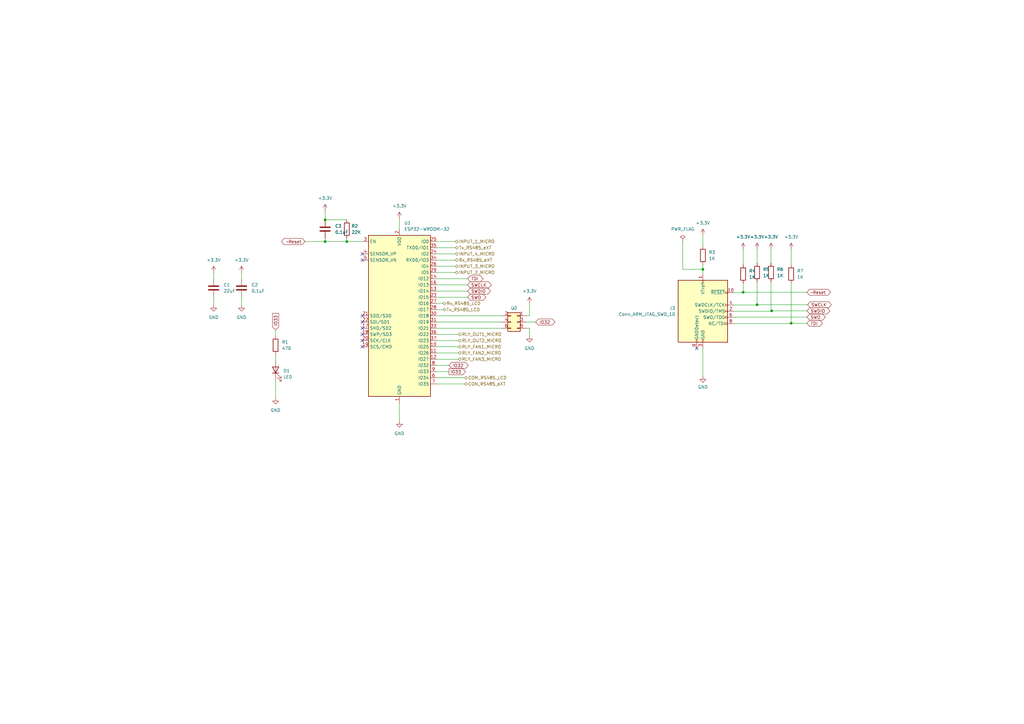
<source format=kicad_sch>
(kicad_sch (version 20230121) (generator eeschema)
  (paper "A3")
  (title_block (title "RoomLink") (date "2023-06-17") (rev "Version 1.0") (company "Designer: Raudy Rodríguez Moreno"))
  (lib_symbols
    (symbol "Connector:Conn_ARM_JTAG_SWD_10" (pin_names (offset 1.016))
      (property "Reference" "J" (at -2.54 16.51 0))
      (property "Value" "Conn_ARM_JTAG_SWD_10" (at -2.54 13.97 0))
      (symbol "Conn_ARM_JTAG_SWD_10_0_1"
        (rectangle (start -10.16 12.7) (end 10.16 -12.7) (stroke (width 0.254)) (fill (type background)))
        (rectangle (start -2.794 -12.7) (end -2.286 -11.684))
        (rectangle (start -0.254 -12.7) (end 0.254 -11.684))
        (rectangle (start -0.254 12.7) (end 0.254 11.684))
        (rectangle (start 9.144 2.286) (end 10.16 2.794))
        (rectangle (start 10.16 -2.794) (end 9.144 -2.286))
        (rectangle (start 10.16 -0.254) (end 9.144 0.254))
        (rectangle (start 10.16 7.874) (end 9.144 7.366))
      )
      (symbol "Conn_ARM_JTAG_SWD_10_1_1"
        (rectangle (start 9.144 -5.334) (end 10.16 -4.826))
        (pin power_in line (at 0 15.24 270) (length 2.54) (name "VTref") (number "1"))
        (pin open_collector line (at 12.7 7.62 180) (length 2.54) (name "~{RESET}") (number "10"))
        (pin bidirectional line (at 12.7 0 180) (length 2.54) (name "SWDIO/TMS") (number "2"))
        (pin power_in line (at 0 -15.24 90) (length 2.54) (name "GND") (number "3"))
        (pin output line (at 12.7 2.54 180) (length 2.54) (name "SWDCLK/TCK") (number "4"))
        (pin passive line (at 0 -15.24 90) (length 2.54) hide (name "GND") (number "5"))
        (pin input line (at 12.7 -2.54 180) (length 2.54) (name "SWO/TDO") (number "6"))
        (pin no_connect line (at -10.16 0 0) (length 2.54) hide (name "KEY") (number "7"))
        (pin output line (at 12.7 -5.08 180) (length 2.54) (name "NC/TDI") (number "8"))
        (pin passive line (at -2.54 -15.24 90) (length 2.54) (name "GNDDetect") (number "9"))
      )
    )
    (symbol "Device:LED" (pin_numbers hide) (pin_names (offset 1.016) hide)
      (property "Reference" "D" (at 0 2.54 0))
      (property "Value" "LED" (at 0 -2.54 0))
      (symbol "LED_0_1"
        (polyline (pts (xy -1.27 -1.27) (xy -1.27 1.27)) (stroke (width 0.254)))
        (polyline (pts (xy -1.27 0) (xy 1.27 0)))
        (polyline (pts (xy 1.27 -1.27) (xy 1.27 1.27) (xy -1.27 0) (xy 1.27 -1.27)) (stroke (width 0.254)))
        (polyline (pts (xy -3.048 -0.762) (xy -4.572 -2.286) (xy -3.81 -2.286) (xy -4.572 -2.286) (xy -4.572 -1.524)))
        (polyline (pts (xy -1.778 -0.762) (xy -3.302 -2.286) (xy -2.54 -2.286) (xy -3.302 -2.286) (xy -3.302 -1.524)))
      )
      (symbol "LED_1_1"
        (pin passive line (at -3.81 0 0) (length 2.54) (name "K") (number "1"))
        (pin passive line (at 3.81 0 180) (length 2.54) (name "A") (number "2"))
      )
    )
    (symbol "Device:R" (pin_numbers hide) (pin_names (offset 0))
      (property "Reference" "R" (at 2.032 0 90))
      (property "Value" "R" (at 0 0 90))
      (symbol "R_0_1"
        (rectangle (start -1.016 -2.54) (end 1.016 2.54) (stroke (width 0.254)))
      )
      (symbol "R_1_1"
        (pin passive line (at 0 3.81 270) (length 1.27) (name "~") (number "1"))
        (pin passive line (at 0 -3.81 90) (length 1.27) (name "~") (number "2"))
      )
    )
    (symbol "RF_Module:ESP32-WROOM-32"
      (property "Reference" "U" (at -12.7 34.29 0))
      (property "Value" "ESP32-WROOM-32" (at 1.27 34.29 0))
      (symbol "ESP32-WROOM-32_0_1"
        (rectangle (start -12.7 33.02) (end 12.7 -33.02) (stroke (width 0.254)) (fill (type background)))
      )
      (symbol "ESP32-WROOM-32_1_1"
        (pin power_in line (at 0 -35.56 90) (length 2.54) (name "GND") (number "1"))
        (pin bidirectional line (at 15.24 -12.7 180) (length 2.54) (name "IO25") (number "10"))
        (pin bidirectional line (at 15.24 -15.24 180) (length 2.54) (name "IO26") (number "11"))
        (pin bidirectional line (at 15.24 -17.78 180) (length 2.54) (name "IO27") (number "12"))
        (pin bidirectional line (at 15.24 10.16 180) (length 2.54) (name "IO14") (number "13"))
        (pin bidirectional line (at 15.24 15.24 180) (length 2.54) (name "IO12") (number "14"))
        (pin passive line (at 0 -35.56 90) (length 2.54) hide (name "GND") (number "15"))
        (pin bidirectional line (at 15.24 12.7 180) (length 2.54) (name "IO13") (number "16"))
        (pin bidirectional line (at -15.24 -5.08 0) (length 2.54) (name "SHD/SD2") (number "17"))
        (pin bidirectional line (at -15.24 -7.62 0) (length 2.54) (name "SWP/SD3") (number "18"))
        (pin bidirectional line (at -15.24 -12.7 0) (length 2.54) (name "SCS/CMD") (number "19"))
        (pin power_in line (at 0 35.56 270) (length 2.54) (name "VDD") (number "2"))
        (pin bidirectional line (at -15.24 -10.16 0) (length 2.54) (name "SCK/CLK") (number "20"))
        (pin bidirectional line (at -15.24 0 0) (length 2.54) (name "SDO/SD0") (number "21"))
        (pin bidirectional line (at -15.24 -2.54 0) (length 2.54) (name "SDI/SD1") (number "22"))
        (pin bidirectional line (at 15.24 7.62 180) (length 2.54) (name "IO15") (number "23"))
        (pin bidirectional line (at 15.24 25.4 180) (length 2.54) (name "IO2") (number "24"))
        (pin bidirectional line (at 15.24 30.48 180) (length 2.54) (name "IO0") (number "25"))
        (pin bidirectional line (at 15.24 20.32 180) (length 2.54) (name "IO4") (number "26"))
        (pin bidirectional line (at 15.24 5.08 180) (length 2.54) (name "IO16") (number "27"))
        (pin bidirectional line (at 15.24 2.54 180) (length 2.54) (name "IO17") (number "28"))
        (pin bidirectional line (at 15.24 17.78 180) (length 2.54) (name "IO5") (number "29"))
        (pin input line (at -15.24 30.48 0) (length 2.54) (name "EN") (number "3"))
        (pin bidirectional line (at 15.24 0 180) (length 2.54) (name "IO18") (number "30"))
        (pin bidirectional line (at 15.24 -2.54 180) (length 2.54) (name "IO19") (number "31"))
        (pin no_connect line (at -12.7 -27.94 0) (length 2.54) hide (name "NC") (number "32"))
        (pin bidirectional line (at 15.24 -5.08 180) (length 2.54) (name "IO21") (number "33"))
        (pin bidirectional line (at 15.24 22.86 180) (length 2.54) (name "RXD0/IO3") (number "34"))
        (pin bidirectional line (at 15.24 27.94 180) (length 2.54) (name "TXD0/IO1") (number "35"))
        (pin bidirectional line (at 15.24 -7.62 180) (length 2.54) (name "IO22") (number "36"))
        (pin bidirectional line (at 15.24 -10.16 180) (length 2.54) (name "IO23") (number "37"))
        (pin passive line (at 0 -35.56 90) (length 2.54) hide (name "GND") (number "38"))
        (pin passive line (at 0 -35.56 90) (length 2.54) hide (name "GND") (number "39"))
        (pin input line (at -15.24 25.4 0) (length 2.54) (name "SENSOR_VP") (number "4"))
        (pin input line (at -15.24 22.86 0) (length 2.54) (name "SENSOR_VN") (number "5"))
        (pin input line (at 15.24 -25.4 180) (length 2.54) (name "IO34") (number "6"))
        (pin input line (at 15.24 -27.94 180) (length 2.54) (name "IO35") (number "7"))
        (pin bidirectional line (at 15.24 -20.32 180) (length 2.54) (name "IO32") (number "8"))
        (pin bidirectional line (at 15.24 -22.86 180) (length 2.54) (name "IO33") (number "9"))
      )
    )
    (symbol "componets_new:C" (pin_numbers hide) (pin_names (offset 0.254))
      (property "Reference" "C" (at 0.635 2.54 0))
      (property "Value" "C" (at 0.635 -2.54 0))
      (symbol "C_0_1"
        (polyline (pts (xy -2.032 -0.762) (xy 2.032 -0.762)) (stroke (width 0.508)))
        (polyline (pts (xy -2.032 0.762) (xy 2.032 0.762)) (stroke (width 0.508)))
      )
      (symbol "C_1_1"
        (pin passive line (at 0 3.81 270) (length 2.794) (name "~") (number "1"))
        (pin passive line (at 0 -3.81 90) (length 2.794) (name "~") (number "2"))
      )
    )
    (symbol "componets_new:PinHeader"
      (property "Reference" "U" (at 0 0 0))
      (symbol "PinHeader_1_1"
        (rectangle (start -2.54 -8.128) (end -1.27 -8.382) (stroke (width 0.1524)))
        (rectangle (start -2.54 -5.588) (end -1.27 -5.842) (stroke (width 0.1524)))
        (rectangle (start -2.54 -3.048) (end -1.27 -3.302) (stroke (width 0.1524)))
        (rectangle (start -2.54 -1.905) (end 2.54 -9.525) (stroke (width 0.254)) (fill (type background)))
        (rectangle (start 2.54 -8.128) (end 1.27 -8.382) (stroke (width 0.1524)))
        (rectangle (start 2.54 -5.588) (end 1.27 -5.842) (stroke (width 0.1524)))
        (rectangle (start 2.54 -3.048) (end 1.27 -3.302) (stroke (width 0.1524)))
        (pin passive line (at 5.08 -3.175 180) (length 3.81) (name "") (number "1"))
        (pin passive line (at -5.08 -3.175 0) (length 3.81) (name "") (number "2"))
        (pin passive line (at 5.08 -5.715 180) (length 3.81) (name "") (number "3"))
        (pin passive line (at -5.08 -5.715 0) (length 3.81) (name "") (number "4"))
        (pin passive line (at 5.08 -8.255 180) (length 3.81) (name "") (number "5"))
        (pin passive line (at -5.08 -8.255 0) (length 3.81) (name "") (number "6"))
      )
    )
    (symbol "power:+3.3V" (power) (pin_names (offset 0))
      (property "Value" "+3.3V" (at 0 3.556 0))
      (symbol "+3.3V_0_1"
        (polyline (pts (xy -0.762 1.27) (xy 0 2.54)))
        (polyline (pts (xy 0 0) (xy 0 2.54)))
        (polyline (pts (xy 0 2.54) (xy 0.762 1.27)))
      )
      (symbol "+3.3V_1_1"
        (pin power_in line (at 0 0 90) (length 0) hide (name "+3.3V") (number "1"))
      )
    )
    (symbol "power:GND" (power) (pin_names (offset 0))
      (property "Value" "GND" (at 0 -3.81 0))
      (symbol "GND_0_1"
        (polyline (pts (xy 0 0) (xy 0 -1.27) (xy 1.27 -1.27) (xy 0 -2.54) (xy -1.27 -1.27) (xy 0 -1.27)))
      )
      (symbol "GND_1_1"
        (pin power_in line (at 0 0 270) (length 0) hide (name "GND") (number "1"))
      )
    )
    (symbol "power:PWR_FLAG" (power) (pin_numbers hide) (pin_names (offset 0) hide)
      (property "Value" "PWR_FLAG" (at 0 3.81 0))
      (symbol "PWR_FLAG_0_0"
        (pin power_out line (at 0 0 90) (length 0) (name "pwr") (number "1"))
      )
      (symbol "PWR_FLAG_0_1"
        (polyline (pts (xy 0 0) (xy 0 1.27) (xy -1.016 1.905) (xy 0 2.54) (xy 1.016 1.905) (xy 0 1.27)))
      )
    )
  )
  (junction (at 324.485 132.588))
  (junction (at 288.29 110.49))
  (junction (at 142.24 99.06))
  (junction (at 304.8 119.888))
  (junction (at 133.35 90.17))
  (junction (at 310.515 124.968))
  (junction (at 133.35 99.06))
  (junction (at 316.484 127.508))
  (no_connect (at 148.59 106.68))
  (no_connect (at 148.59 132.08))
  (no_connect (at 148.59 139.7))
  (no_connect (at 148.59 137.16))
  (no_connect (at 148.59 104.14))
  (no_connect (at 148.59 129.54))
  (no_connect (at 148.59 134.62))
  (no_connect (at 148.59 142.24))
  (no_connect (at 285.75 142.875))
  (wire (pts (xy 316.23 127.508) (xy 316.484 127.508)))
  (wire (pts (xy 163.83 165.1) (xy 163.83 172.72)))
  (wire (pts (xy 324.485 102.235) (xy 324.485 108.585)))
  (wire (pts (xy 280.035 110.49) (xy 288.29 110.49)))
  (wire (pts (xy 133.35 86.36) (xy 133.35 90.17)))
  (wire (pts (xy 310.515 115.57) (xy 310.515 124.968)))
  (wire (pts (xy 179.07 116.84) (xy 191.77 116.84)))
  (wire (pts (xy 179.07 149.86) (xy 184.15 149.86)))
  (wire (pts (xy 324.485 132.588) (xy 324.104 132.588)))
  (wire (pts (xy 304.8 116.205) (xy 304.8 119.888)))
  (wire (pts (xy 316.484 127.635) (xy 316.484 127.508)))
  (wire (pts (xy 300.99 132.715) (xy 324.104 132.715)))
  (wire (pts (xy 179.07 119.38) (xy 191.77 119.38)))
  (wire (pts (xy 300.99 125.095) (xy 310.388 125.095)))
  (wire (pts (xy 113.03 137.795) (xy 113.03 135.255)))
  (wire (pts (xy 99.06 111.76) (xy 99.06 114.3)))
  (wire (pts (xy 179.07 142.24) (xy 187.96 142.24)))
  (wire (pts (xy 179.07 132.08) (xy 205.74 132.08)))
  (wire (pts (xy 179.07 129.54) (xy 205.74 129.54)))
  (wire (pts (xy 217.17 124.46) (xy 217.17 129.54)))
  (wire (pts (xy 179.07 147.32) (xy 187.96 147.32)))
  (wire (pts (xy 133.35 90.17) (xy 142.24 90.17)))
  (wire (pts (xy 179.07 152.4) (xy 184.15 152.4)))
  (wire (pts (xy 99.06 121.92) (xy 99.06 125.095)))
  (wire (pts (xy 215.9 132.08) (xy 219.71 132.08)))
  (wire (pts (xy 300.99 120.015) (xy 304.8 120.015)))
  (wire (pts (xy 87.63 111.76) (xy 87.63 114.3)))
  (wire (pts (xy 113.03 155.575) (xy 113.03 163.195)))
  (wire (pts (xy 133.35 97.79) (xy 133.35 99.06)))
  (wire (pts (xy 179.07 104.14) (xy 186.69 104.14)))
  (wire (pts (xy 301.625 130.048) (xy 330.962 130.048)))
  (wire (pts (xy 133.35 99.06) (xy 142.24 99.06)))
  (wire (pts (xy 179.07 127) (xy 181.61 127)))
  (wire (pts (xy 280.035 99.06) (xy 280.035 110.49)))
  (wire (pts (xy 179.07 101.6) (xy 186.69 101.6)))
  (wire (pts (xy 310.388 125.095) (xy 310.388 124.968)))
  (wire (pts (xy 125.095 99.06) (xy 133.35 99.06)))
  (wire (pts (xy 324.104 132.715) (xy 324.104 132.588)))
  (wire (pts (xy 163.83 89.535) (xy 163.83 93.98)))
  (wire (pts (xy 316.23 102.235) (xy 316.23 107.95)))
  (wire (pts (xy 304.8 120.015) (xy 304.8 119.888)))
  (wire (pts (xy 304.8 119.888) (xy 330.962 119.888)))
  (wire (pts (xy 304.8 102.235) (xy 304.8 108.585)))
  (wire (pts (xy 179.07 157.48) (xy 190.5 157.48)))
  (wire (pts (xy 142.24 99.06) (xy 148.59 99.06)))
  (wire (pts (xy 217.17 134.62) (xy 217.17 137.795)))
  (wire (pts (xy 324.485 132.588) (xy 330.962 132.588)))
  (wire (pts (xy 301.625 130.175) (xy 301.625 130.048)))
  (wire (pts (xy 179.07 154.94) (xy 190.5 154.94)))
  (wire (pts (xy 310.515 124.968) (xy 310.388 124.968)))
  (wire (pts (xy 179.07 134.62) (xy 205.74 134.62)))
  (wire (pts (xy 300.99 127.635) (xy 316.484 127.635)))
  (wire (pts (xy 179.07 121.92) (xy 191.77 121.92)))
  (wire (pts (xy 310.515 102.235) (xy 310.515 107.95)))
  (wire (pts (xy 310.515 124.968) (xy 331.216 124.968)))
  (wire (pts (xy 142.24 97.79) (xy 142.24 99.06)))
  (wire (pts (xy 179.07 106.68) (xy 186.69 106.68)))
  (wire (pts (xy 179.07 144.78) (xy 187.96 144.78)))
  (wire (pts (xy 179.07 111.76) (xy 186.69 111.76)))
  (wire (pts (xy 113.03 145.415) (xy 113.03 147.955)))
  (wire (pts (xy 179.07 139.7) (xy 187.96 139.7)))
  (wire (pts (xy 179.07 114.3) (xy 191.77 114.3)))
  (wire (pts (xy 87.63 121.92) (xy 87.63 125.095)))
  (wire (pts (xy 316.23 115.57) (xy 316.23 127.508)))
  (wire (pts (xy 179.07 137.16) (xy 187.96 137.16)))
  (wire (pts (xy 324.485 116.205) (xy 324.485 132.588)))
  (wire (pts (xy 179.07 99.06) (xy 186.69 99.06)))
  (wire (pts (xy 217.17 129.54) (xy 215.9 129.54)))
  (wire (pts (xy 179.07 124.46) (xy 181.61 124.46)))
  (wire (pts (xy 288.29 110.49) (xy 288.29 112.395)))
  (wire (pts (xy 288.29 96.52) (xy 288.29 100.965)))
  (wire (pts (xy 217.17 134.62) (xy 215.9 134.62)))
  (wire (pts (xy 288.29 142.875) (xy 288.29 154.305)))
  (wire (pts (xy 179.07 109.22) (xy 186.69 109.22)))
  (wire (pts (xy 288.29 108.585) (xy 288.29 110.49)))
  (wire (pts (xy 300.99 130.175) (xy 301.625 130.175)))
  (wire (pts (xy 316.484 127.508) (xy 330.962 127.508)))
  (global_label "~Reset" (shape bidirectional) (at 125.095 99.06 180) (property "Intersheetrefs" "${INTERSHEET_REFS}" (effects hide)))
  (global_label "IO32" (shape bidirectional) (at 184.15 149.86 0) (property "Intersheetrefs" "${INTERSHEET_REFS}" (effects hide)))
  (global_label "SWDIO" (shape bidirectional) (at 330.962 127.508 0) (property "Intersheetrefs" "${INTERSHEET_REFS}" (effects hide)))
  (global_label "SWO" (shape bidirectional) (at 330.962 130.048 0) (property "Intersheetrefs" "${INTERSHEET_REFS}" (effects hide)))
  (global_label "TDI" (shape bidirectional) (at 330.962 132.588 0) (property "Intersheetrefs" "${INTERSHEET_REFS}" (effects hide)))
  (global_label "SWCLK" (shape bidirectional) (at 191.77 116.84 0) (property "Intersheetrefs" "${INTERSHEET_REFS}" (effects hide)))
  (global_label "IO32" (shape bidirectional) (at 219.71 132.08 0) (property "Intersheetrefs" "${INTERSHEET_REFS}" (effects hide)))
  (global_label "IO33" (shape output) (at 184.15 152.4 0) (property "Intersheetrefs" "${INTERSHEET_REFS}" (effects hide)))
  (global_label "~Reset" (shape bidirectional) (at 330.962 119.888 0) (property "Intersheetrefs" "${INTERSHEET_REFS}" (effects hide)))
  (global_label "TDI" (shape bidirectional) (at 191.77 114.3 0) (property "Intersheetrefs" "${INTERSHEET_REFS}" (effects hide)))
  (global_label "IO33" (shape input) (at 113.03 135.255 90) (property "Intersheetrefs" "${INTERSHEET_REFS}" (effects hide)))
  (global_label "SWCLK" (shape bidirectional) (at 331.216 124.968 0) (property "Intersheetrefs" "${INTERSHEET_REFS}" (effects hide)))
  (global_label "SWO" (shape bidirectional) (at 191.77 121.92 0) (property "Intersheetrefs" "${INTERSHEET_REFS}" (effects hide)))
  (global_label "SWDIO" (shape bidirectional) (at 191.77 119.38 0) (property "Intersheetrefs" "${INTERSHEET_REFS}" (effects hide)))
  (hierarchical_label "INPUT_4_MICRO" (shape bidirectional) (at 186.69 104.14 0))
  (hierarchical_label "COM_RS485_LCD" (shape bidirectional) (at 190.5 154.94 0))
  (hierarchical_label "Rx_RS485_eXT" (shape bidirectional) (at 186.69 106.68 0))
  (hierarchical_label "CON_RS485_eXT" (shape bidirectional) (at 190.5 157.48 0))
  (hierarchical_label "Rx_RS485_LCD" (shape bidirectional) (at 181.61 124.46 0))
  (hierarchical_label "Tx_RS485_eXT" (shape bidirectional) (at 186.69 101.6 0))
  (hierarchical_label "INPUT_1_MICRO" (shape bidirectional) (at 186.69 99.06 0))
  (hierarchical_label "RLY_OUT1_MICRO" (shape bidirectional) (at 187.96 137.16 0))
  (hierarchical_label "RLY_FAN3_MICRO" (shape bidirectional) (at 187.96 147.32 0))
  (hierarchical_label "INPUT_3_MICRO" (shape bidirectional) (at 186.69 109.22 0))
  (hierarchical_label "Tx_RS485_LCD" (shape bidirectional) (at 181.61 127 0))
  (hierarchical_label "RLY_FAN2_MICRO" (shape bidirectional) (at 187.96 144.78 0))
  (hierarchical_label "INPUT_2_MICRO" (shape bidirectional) (at 186.69 111.76 0))
  (hierarchical_label "RLY_OUT2_MICRO" (shape bidirectional) (at 187.96 139.7 0))
  (hierarchical_label "RLY_FAN1_MICRO" (shape bidirectional) (at 187.96 142.24 0))
  (symbol (lib_id "power:+3.3V") (at 99.06 111.76 0) (unit 1)
    (property "Reference" "#PWR03" (effects hide))
    (property "Value" "+3.3V" (at 99.06 106.68 0))
  )
  (symbol (lib_id "power:PWR_FLAG") (at 280.035 99.06 0) (unit 1)
    (property "Reference" "#FLG01" (effects hide))
    (property "Value" "PWR_FLAG" (at 280.035 93.98 0))
    (instances (project "RoomLink" (path "" (reference "#FLG01") (unit 1))) (project "Room-Link" (path "" (reference "#FLG?") (unit 1)) (path "" (reference "#FLG?") (unit 1))))
  )
  (symbol (lib_id "Device:R") (at 304.8 112.395 0) (unit 1)
    (property "Reference" "R4" (at 307.213 111.125 0) (effects (justify left)))
    (property "Value" "1K" (at 307.213 113.665 0) (effects (justify left)))
    (property "Footprint" "Resistor_SMD:R_0805_2012Metric" (effects hide))
    (instances (project "RoomLink" (path "" (reference "R4") (unit 1))) (project "Room-Link" (path "" (reference "R?") (unit 1))))
  )
  (symbol (lib_id "componets_new:C") (at 133.35 93.98 0) (unit 1)
    (property "Reference" "C3" (at 137.414 92.71 0) (effects (justify left)))
    (property "Value" "0.1uF" (at 137.414 95.25 0) (effects (justify left)))
    (property "Footprint" "Capacitor_SMD:C_0805_2012Metric" (effects hide))
    (instances (project "RoomLink" (path "" (reference "C3") (unit 1))) (project "Room-Link" (path "" (reference "C?") (unit 1))))
  )
  (symbol (lib_id "power:+3.3V") (at 87.63 111.76 0) (unit 1)
    (property "Reference" "#PWR01" (effects hide))
    (property "Value" "+3.3V" (at 87.63 106.68 0))
  )
  (symbol (lib_id "Device:R") (at 113.03 141.605 0) (unit 1)
    (property "Reference" "R1" (at 115.57 140.335 0) (effects (justify left)))
    (property "Value" "470" (at 115.57 142.875 0) (effects (justify left)))
    (property "Footprint" "Resistor_SMD:R_0805_2012Metric" (effects hide))
    (instances (project "RoomLink" (path "" (reference "R1") (unit 1))) (project "Room-Link" (path "" (reference "R?") (unit 1)) (path "" (reference "R?") (unit 1))))
  )
  (symbol (lib_id "componets_new:PinHeader") (at 210.82 126.365 0) (unit 1)
    (property "Reference" "U2" (at 210.82 126.365 0))
    (property "Value" "~" (at 210.82 126.365 0))
    (property "Footprint" "LibKiCad:PinHeader2x3" (effects hide))
    (instances (project "RoomLink" (path "" (reference "U2") (unit 1))) (project "Room-Link" (path "" (reference "U?") (unit 1))))
  )
  (symbol (lib_id "power:+3.3V") (at 324.485 102.235 0) (unit 1)
    (property "Reference" "#PWR016" (effects hide))
    (property "Value" "+3.3V" (at 324.485 97.155 0))
  )
  (symbol (lib_id "RF_Module:ESP32-WROOM-32") (at 163.83 129.54 0) (unit 1)
    (property "Reference" "U1" (at 165.7859 91.44 0) (effects (justify left)))
    (property "Value" "ESP32-WROOM-32" (at 165.7859 93.98 0) (effects (justify left)))
    (property "Footprint" "LibKiCad:ESP32WROOM32EN4" (effects hide))
    (property "Datasheet" "https://www.espressif.com/sites/default/files/documentation/esp32-wroom-32_datasheet_en.pdf" (effects hide))
    (instances (project "RoomLink" (path "" (reference "U1") (unit 1))) (project "Room-Link" (path "" (reference "U?") (unit 1))))
  )
  (symbol (lib_id "Connector:Conn_ARM_JTAG_SWD_10") (at 288.29 127.635 0) (unit 1)
    (property "Reference" "J3" (at 276.987 126.365 0) (effects (justify right)))
    (property "Value" "Conn_ARM_JTAG_SWD_10" (at 276.987 128.905 0) (effects (justify right)))
    (property "Footprint" "Connector_PinHeader_1.27mm:PinHeader_2x05_P1.27mm_Vertical" (effects hide))
    (property "Datasheet" "http://infocenter.arm.com/help/topic/com.arm.doc.ddi0314h/DDI0314H_coresight_components_trm.pdf" (effects hide))
    (instances (project "RoomLink" (path "" (reference "J3") (unit 1))) (project "Room-Link" (path "" (reference "J?") (unit 1))))
  )
  (symbol (lib_id "Device:R") (at 310.515 111.76 0) (unit 1)
    (property "Reference" "R5" (at 312.928 110.49 0) (effects (justify left)))
    (property "Value" "1K" (at 312.928 113.03 0) (effects (justify left)))
    (property "Footprint" "Resistor_SMD:R_0805_2012Metric" (effects hide))
    (instances (project "RoomLink" (path "" (reference "R5") (unit 1))) (project "Room-Link" (path "" (reference "R?") (unit 1))))
  )
  (symbol (lib_id "power:GND") (at 113.03 163.195 0) (unit 1)
    (property "Reference" "#PWR05" (effects hide))
    (property "Value" "GND" (at 113.03 168.275 0))
    (instances (project "RoomLink" (path "" (reference "#PWR05") (unit 1))) (project "Room-Link" (path "" (reference "#PWR?") (unit 1))))
  )
  (symbol (lib_id "power:GND") (at 217.17 137.795 0) (unit 1)
    (property "Reference" "#PWR010" (effects hide))
    (property "Value" "GND" (at 217.17 142.875 0))
    (instances (project "RoomLink" (path "" (reference "#PWR010") (unit 1))) (project "Room-Link" (path "" (reference "#PWR?") (unit 1))))
  )
  (symbol (lib_id "Device:LED") (at 113.03 151.765 90) (unit 1)
    (property "Reference" "D1" (at 116.205 152.0825 90) (effects (justify right)))
    (property "Value" "LED" (at 116.205 154.6225 90) (effects (justify right)))
    (property "Footprint" "LED_SMD:LED_0805_2012Metric" (effects hide))
    (instances (project "RoomLink" (path "" (reference "D1") (unit 1))) (project "Room-Link" (path "" (reference "D?") (unit 1)) (path "" (reference "D?") (unit 1))))
  )
  (symbol (lib_id "power:+3.3V") (at 163.83 89.535 0) (unit 1)
    (property "Reference" "#PWR07" (effects hide))
    (property "Value" "+3.3V" (at 163.83 84.455 0))
  )
  (symbol (lib_id "Device:R") (at 142.24 93.98 0) (unit 1)
    (property "Reference" "R2" (at 144.145 92.71 0) (effects (justify left)))
    (property "Value" "22K" (at 144.145 95.25 0) (effects (justify left)))
    (property "Footprint" "Resistor_SMD:R_0805_2012Metric" (effects hide))
    (instances (project "RoomLink" (path "" (reference "R2") (unit 1))) (project "Room-Link" (path "" (reference "R?") (unit 1)) (path "" (reference "R?") (unit 1))))
  )
  (symbol (lib_id "power:+3.3V") (at 316.23 102.235 0) (unit 1)
    (property "Reference" "#PWR015" (effects hide))
    (property "Value" "+3.3V" (at 316.23 97.155 0))
  )
  (symbol (lib_id "power:GND") (at 163.83 172.72 0) (unit 1)
    (property "Reference" "#PWR08" (effects hide))
    (property "Value" "GND" (at 163.83 177.8 0))
    (instances (project "RoomLink" (path "" (reference "#PWR08") (unit 1))) (project "Room-Link" (path "" (reference "#PWR?") (unit 1))))
  )
  (symbol (lib_id "power:+3.3V") (at 310.515 102.235 0) (unit 1)
    (property "Reference" "#PWR014" (effects hide))
    (property "Value" "+3.3V" (at 310.515 97.155 0))
  )
  (symbol (lib_id "power:GND") (at 99.06 125.095 0) (unit 1)
    (property "Reference" "#PWR04" (effects hide))
    (property "Value" "GND" (at 99.06 130.175 0))
    (instances (project "RoomLink" (path "" (reference "#PWR04") (unit 1))) (project "Room-Link" (path "" (reference "#PWR?") (unit 1))))
  )
  (symbol (lib_id "Device:R") (at 316.23 111.76 0) (unit 1)
    (property "Reference" "R6" (at 318.643 110.49 0) (effects (justify left)))
    (property "Value" "1K" (at 318.643 113.03 0) (effects (justify left)))
    (property "Footprint" "Resistor_SMD:R_0805_2012Metric" (effects hide))
    (instances (project "RoomLink" (path "" (reference "R6") (unit 1))) (project "Room-Link" (path "" (reference "R?") (unit 1))))
  )
  (symbol (lib_id "componets_new:C") (at 87.63 118.11 0) (unit 1)
    (property "Reference" "C1" (at 91.694 116.84 0) (effects (justify left)))
    (property "Value" "22uF" (at 91.694 119.38 0) (effects (justify left)))
    (property "Footprint" "Capacitor_SMD:C_0805_2012Metric" (effects hide))
    (instances (project "RoomLink" (path "" (reference "C1") (unit 1))) (project "Room-Link" (path "" (reference "C?") (unit 1))))
  )
  (symbol (lib_id "power:+3.3V") (at 217.17 124.46 0) (unit 1)
    (property "Reference" "#PWR09" (effects hide))
    (property "Value" "+3.3V" (at 217.17 119.38 0))
  )
  (symbol (lib_id "power:+3.3V") (at 133.35 86.36 0) (unit 1)
    (property "Reference" "#PWR06" (effects hide))
    (property "Value" "+3.3V" (at 133.35 81.28 0))
  )
  (symbol (lib_id "power:+3.3V") (at 304.8 102.235 0) (unit 1)
    (property "Reference" "#PWR013" (effects hide))
    (property "Value" "+3.3V" (at 304.8 97.155 0))
  )
  (symbol (lib_id "Device:R") (at 324.485 112.395 0) (unit 1)
    (property "Reference" "R7" (at 326.898 111.125 0) (effects (justify left)))
    (property "Value" "1K" (at 326.898 113.665 0) (effects (justify left)))
    (property "Footprint" "Resistor_SMD:R_0805_2012Metric" (effects hide))
    (instances (project "RoomLink" (path "" (reference "R7") (unit 1))) (project "Room-Link" (path "" (reference "R?") (unit 1))))
  )
  (symbol (lib_id "power:GND") (at 288.29 154.305 0) (unit 1)
    (property "Reference" "#PWR012" (effects hide))
    (property "Value" "GND" (at 288.29 158.75 0))
    (instances (project "RoomLink" (path "" (reference "#PWR012") (unit 1))) (project "Room-Link" (path "" (reference "#PWR?") (unit 1))))
  )
  (symbol (lib_id "power:GND") (at 87.63 125.095 0) (unit 1)
    (property "Reference" "#PWR02" (effects hide))
    (property "Value" "GND" (at 87.63 130.175 0))
    (instances (project "RoomLink" (path "" (reference "#PWR02") (unit 1))) (project "Room-Link" (path "" (reference "#PWR?") (unit 1))))
  )
  (symbol (lib_id "componets_new:C") (at 99.06 118.11 0) (unit 1)
    (property "Reference" "C2" (at 103.124 116.84 0) (effects (justify left)))
    (property "Value" "0.1uF" (at 103.124 119.38 0) (effects (justify left)))
    (property "Footprint" "Capacitor_SMD:C_0805_2012Metric" (effects hide))
    (instances (project "RoomLink" (path "" (reference "C2") (unit 1))) (project "Room-Link" (path "" (reference "C?") (unit 1))))
  )
  (symbol (lib_id "power:+3.3V") (at 288.29 96.52 0) (unit 1)
    (property "Reference" "#PWR011" (effects hide))
    (property "Value" "+3.3V" (at 288.29 91.44 0))
  )
  (symbol (lib_id "Device:R") (at 288.29 104.775 0) (unit 1)
    (property "Reference" "R3" (at 290.703 103.505 0) (effects (justify left)))
    (property "Value" "1K" (at 290.703 106.045 0) (effects (justify left)))
    (property "Footprint" "Resistor_SMD:R_0805_2012Metric" (effects hide))
    (instances (project "RoomLink" (path "" (reference "R3") (unit 1))) (project "Room-Link" (path "" (reference "R?") (unit 1))))
  )
)
</source>
